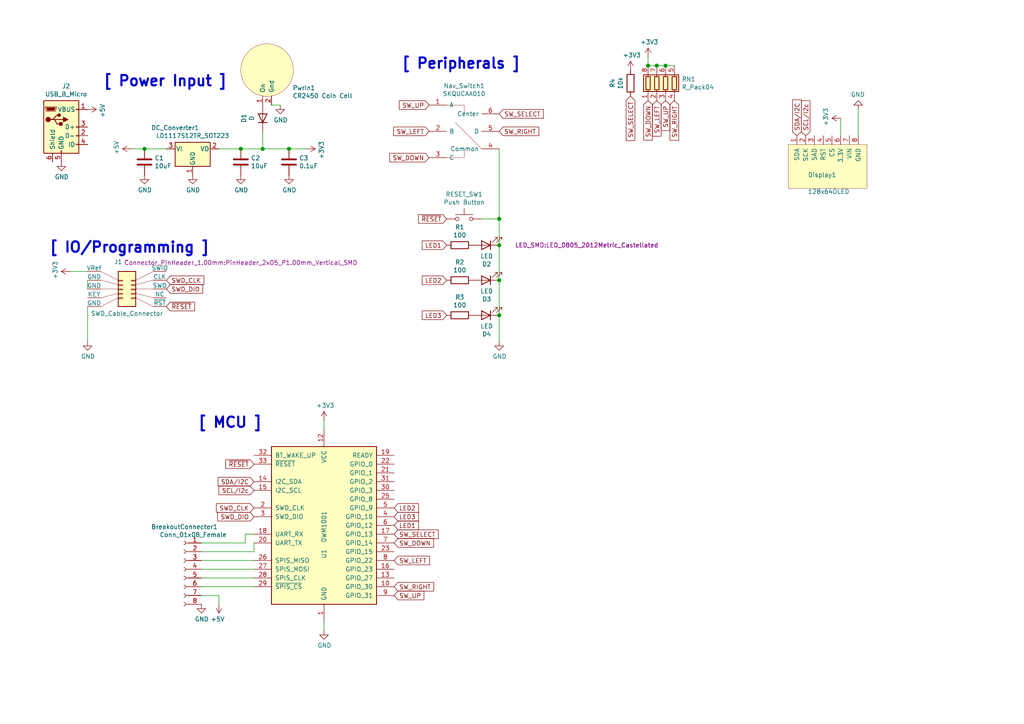
<source format=kicad_sch>
(kicad_sch (version 20200828) (generator eeschema)
  (page 1 1)
  (paper "A4")
  (title_block (title "Indoor GPS Mobile Tag") (date "2020-10-20") (rev "Mk 1") (company "Kelley Industries"))
  (lib_symbols
    (symbol "Connector:Conn_01x08_Female" (pin_names (offset 1.016) hide)
      (property "Reference" "J" (at 0 10.16 0))
      (property "Value" "Conn_01x08_Female" (at 0 -12.7 0))
      (symbol "Conn_01x08_Female_1_1"
        (arc (start 0 -9.652) (end 0 -10.668) (radius (at 0 -10.16) (length 0.508) (angles 90.1 -90.1)) (stroke (width 0.1524)))
        (arc (start 0 -7.112) (end 0 -8.128) (radius (at 0 -7.62) (length 0.508) (angles 90.1 -90.1)) (stroke (width 0.1524)))
        (arc (start 0 -4.572) (end 0 -5.588) (radius (at 0 -5.08) (length 0.508) (angles 90.1 -90.1)) (stroke (width 0.1524)))
        (arc (start 0 -2.032) (end 0 -3.048) (radius (at 0 -2.54) (length 0.508) (angles 90.1 -90.1)) (stroke (width 0.1524)))
        (arc (start 0 0.508) (end 0 -0.508) (radius (at 0 0) (length 0.508) (angles 90.1 -90.1)) (stroke (width 0.1524)))
        (arc (start 0 3.048) (end 0 2.032) (radius (at 0 2.54) (length 0.508) (angles 90.1 -90.1)) (stroke (width 0.1524)))
        (arc (start 0 5.588) (end 0 4.572) (radius (at 0 5.08) (length 0.508) (angles 90.1 -90.1)) (stroke (width 0.1524)))
        (arc (start 0 8.128) (end 0 7.112) (radius (at 0 7.62) (length 0.508) (angles 90.1 -90.1)) (stroke (width 0.1524)))
        (polyline (pts (xy -1.27 -10.16) (xy -0.508 -10.16)) (stroke (width 0.1524)))
        (polyline (pts (xy -1.27 -7.62) (xy -0.508 -7.62)) (stroke (width 0.1524)))
        (polyline (pts (xy -1.27 -5.08) (xy -0.508 -5.08)) (stroke (width 0.1524)))
        (polyline (pts (xy -1.27 -2.54) (xy -0.508 -2.54)) (stroke (width 0.1524)))
        (polyline (pts (xy -1.27 0) (xy -0.508 0)) (stroke (width 0.1524)))
        (polyline (pts (xy -1.27 2.54) (xy -0.508 2.54)) (stroke (width 0.1524)))
        (polyline (pts (xy -1.27 5.08) (xy -0.508 5.08)) (stroke (width 0.1524)))
        (polyline (pts (xy -1.27 7.62) (xy -0.508 7.62)) (stroke (width 0.1524)))
        (pin passive line (at -5.08 7.62 0) (length 3.81) (name "Pin_1") (number "1"))
        (pin passive line (at -5.08 5.08 0) (length 3.81) (name "Pin_2") (number "2"))
        (pin passive line (at -5.08 2.54 0) (length 3.81) (name "Pin_3") (number "3"))
        (pin passive line (at -5.08 0 0) (length 3.81) (name "Pin_4") (number "4"))
        (pin passive line (at -5.08 -2.54 0) (length 3.81) (name "Pin_5") (number "5"))
        (pin passive line (at -5.08 -5.08 0) (length 3.81) (name "Pin_6") (number "6"))
        (pin passive line (at -5.08 -7.62 0) (length 3.81) (name "Pin_7") (number "7"))
        (pin passive line (at -5.08 -10.16 0) (length 3.81) (name "Pin_8") (number "8"))
      )
    )
    (symbol "Connector:USB_B_Micro" (pin_names (offset 1.016))
      (property "Reference" "J" (at -5.08 11.43 0))
      (property "Value" "USB_B_Micro" (at -5.08 8.89 0))
      (symbol "USB_B_Micro_0_1"
        (circle (center -3.81 2.159) (radius 0.635) (stroke (width 0.254)) (fill (type outline)))
        (circle (center -0.635 3.429) (radius 0.381) (stroke (width 0.254)) (fill (type outline)))
        (rectangle (start -5.08 -7.62) (end 5.08 7.62) (stroke (width 0.254)) (fill (type background)))
        (rectangle (start -0.127 -7.62) (end 0.127 -6.858))
        (rectangle (start 0.254 1.27) (end -0.508 0.508) (stroke (width 0.254)) (fill (type outline)))
        (rectangle (start 5.08 -5.207) (end 4.318 -4.953))
        (rectangle (start 5.08 -2.667) (end 4.318 -2.413))
        (rectangle (start 5.08 -0.127) (end 4.318 0.127))
        (rectangle (start 5.08 4.953) (end 4.318 5.207))
        (polyline (pts (xy -1.905 2.159) (xy 0.635 2.159)) (stroke (width 0.254)))
        (polyline (pts (xy -3.175 2.159) (xy -2.54 2.159) (xy -1.27 3.429) (xy -0.635 3.429)) (stroke (width 0.254)))
        (polyline (pts (xy -2.54 2.159) (xy -1.905 2.159) (xy -1.27 0.889) (xy 0 0.889)) (stroke (width 0.254)))
        (polyline (pts (xy 0.635 2.794) (xy 0.635 1.524) (xy 1.905 2.159) (xy 0.635 2.794)) (stroke (width 0.254)) (fill (type outline)))
        (polyline (pts (xy -4.318 5.588) (xy -1.778 5.588) (xy -2.032 4.826) (xy -4.064 4.826) (xy -4.318 5.588)) (fill (type outline)))
        (polyline (pts (xy -4.699 5.842) (xy -4.699 5.588) (xy -4.445 4.826) (xy -4.445 4.572) (xy -1.651 4.572) (xy -1.651 4.826) (xy -1.397 5.588) (xy -1.397 5.842) (xy -4.699 5.842)))
      )
      (symbol "USB_B_Micro_1_1"
        (pin power_out line (at 7.62 5.08 180) (length 2.54) (name "VBUS") (number "1"))
        (pin passive line (at 7.62 -2.54 180) (length 2.54) (name "D-") (number "2"))
        (pin passive line (at 7.62 0 180) (length 2.54) (name "D+") (number "3"))
        (pin passive line (at 7.62 -5.08 180) (length 2.54) (name "ID") (number "4"))
        (pin power_out line (at 0 -10.16 90) (length 2.54) (name "GND") (number "5"))
        (pin passive line (at -2.54 -10.16 90) (length 2.54) (name "Shield") (number "6"))
      )
    )
    (symbol "Device:C" (pin_numbers hide) (pin_names (offset 0.254))
      (property "Reference" "C" (at 0.635 2.54 0))
      (property "Value" "C" (at 0.635 -2.54 0))
      (symbol "C_0_1"
        (polyline (pts (xy -2.032 -0.762) (xy 2.032 -0.762)) (stroke (width 0.508)))
        (polyline (pts (xy -2.032 0.762) (xy 2.032 0.762)) (stroke (width 0.508)))
      )
      (symbol "C_1_1"
        (pin passive line (at 0 3.81 270) (length 2.794) (name "~") (number "1"))
        (pin passive line (at 0 -3.81 90) (length 2.794) (name "~") (number "2"))
      )
    )
    (symbol "Device:D" (pin_numbers hide) (pin_names (offset 1.016) hide)
      (property "Reference" "D" (at 0 2.54 0))
      (property "Value" "D" (at 0 -2.54 0))
      (symbol "D_0_1"
        (polyline (pts (xy -1.27 1.27) (xy -1.27 -1.27)) (stroke (width 0.254)))
        (polyline (pts (xy 1.27 0) (xy -1.27 0)))
        (polyline (pts (xy 1.27 1.27) (xy 1.27 -1.27) (xy -1.27 0) (xy 1.27 1.27)) (stroke (width 0.254)))
      )
      (symbol "D_1_1"
        (pin passive line (at -3.81 0 0) (length 2.54) (name "K") (number "1"))
        (pin passive line (at 3.81 0 180) (length 2.54) (name "A") (number "2"))
      )
    )
    (symbol "Device:LED" (pin_numbers hide) (pin_names (offset 1.016) hide)
      (property "Reference" "D" (at 0 2.54 0))
      (property "Value" "LED" (at 0 -2.54 0))
      (symbol "LED_0_1"
        (polyline (pts (xy -1.27 -1.27) (xy -1.27 1.27)) (stroke (width 0.254)))
        (polyline (pts (xy -1.27 0) (xy 1.27 0)))
        (polyline (pts (xy 1.27 -1.27) (xy 1.27 1.27) (xy -1.27 0) (xy 1.27 -1.27)) (stroke (width 0.254)))
        (polyline (pts (xy -3.048 -0.762) (xy -4.572 -2.286) (xy -3.81 -2.286) (xy -4.572 -2.286) (xy -4.572 -1.524)))
        (polyline (pts (xy -1.778 -0.762) (xy -3.302 -2.286) (xy -2.54 -2.286) (xy -3.302 -2.286) (xy -3.302 -1.524)))
      )
      (symbol "LED_1_1"
        (pin passive line (at -3.81 0 0) (length 2.54) (name "K") (number "1"))
        (pin passive line (at 3.81 0 180) (length 2.54) (name "A") (number "2"))
      )
    )
    (symbol "Device:R" (pin_numbers hide) (pin_names (offset 0))
      (property "Reference" "R" (at 2.032 0 90))
      (property "Value" "R" (at 0 0 90))
      (symbol "R_0_1"
        (rectangle (start -1.016 -2.54) (end 1.016 2.54) (stroke (width 0.254)))
      )
      (symbol "R_1_1"
        (pin passive line (at 0 3.81 270) (length 1.27) (name "~") (number "1"))
        (pin passive line (at 0 -3.81 90) (length 1.27) (name "~") (number "2"))
      )
    )
    (symbol "Device:R_Pack04" (pin_names (offset 0) hide)
      (property "Reference" "RN" (at -7.62 0 90))
      (property "Value" "R_Pack04" (at 5.08 0 90))
      (symbol "R_Pack04_0_1"
        (rectangle (start -6.35 -2.413) (end 3.81 2.413) (stroke (width 0.254)) (fill (type background)))
        (rectangle (start -5.715 1.905) (end -4.445 -1.905) (stroke (width 0.254)))
        (rectangle (start -3.175 1.905) (end -1.905 -1.905) (stroke (width 0.254)))
        (rectangle (start -0.635 1.905) (end 0.635 -1.905) (stroke (width 0.254)))
        (rectangle (start 1.905 1.905) (end 3.175 -1.905) (stroke (width 0.254)))
        (polyline (pts (xy -5.08 -2.54) (xy -5.08 -1.905)))
        (polyline (pts (xy -5.08 1.905) (xy -5.08 2.54)))
        (polyline (pts (xy -2.54 -2.54) (xy -2.54 -1.905)))
        (polyline (pts (xy -2.54 1.905) (xy -2.54 2.54)))
        (polyline (pts (xy 0 -2.54) (xy 0 -1.905)))
        (polyline (pts (xy 0 1.905) (xy 0 2.54)))
        (polyline (pts (xy 2.54 -2.54) (xy 2.54 -1.905)))
        (polyline (pts (xy 2.54 1.905) (xy 2.54 2.54)))
      )
      (symbol "R_Pack04_1_1"
        (pin passive line (at -5.08 -5.08 90) (length 2.54) (name "R1.1") (number "1"))
        (pin passive line (at -2.54 -5.08 90) (length 2.54) (name "R2.1") (number "2"))
        (pin passive line (at 0 -5.08 90) (length 2.54) (name "R3.1") (number "3"))
        (pin passive line (at 2.54 -5.08 90) (length 2.54) (name "R4.1") (number "4"))
        (pin passive line (at 2.54 5.08 270) (length 2.54) (name "R4.2") (number "5"))
        (pin passive line (at 0 5.08 270) (length 2.54) (name "R3.2") (number "6"))
        (pin passive line (at -2.54 5.08 270) (length 2.54) (name "R2.2") (number "7"))
        (pin passive line (at -5.08 5.08 270) (length 2.54) (name "R1.2") (number "8"))
      )
    )
    (symbol "RF_Module:DWM1001" (pin_names (offset 1.016))
      (property "Reference" "U" (at -12.7 27.94 0))
      (property "Value" "DWM1001" (at -12.7 25.4 0))
      (symbol "DWM1001_0_1"
        (rectangle (start 15.24 22.86) (end -15.24 -22.86) (stroke (width 0.254)) (fill (type background)))
      )
      (symbol "DWM1001_1_1"
        (pin power_in line (at 0 -27.94 90) (length 5.08) (name "GND") (number "1"))
        (pin bidirectional line (at 20.32 -17.78 180) (length 5.08) (name "GPIO_30") (number "10"))
        (pin passive line (at 0 -27.94 90) (length 5.08) hide (name "GND") (number "11"))
        (pin power_in line (at 0 27.94 270) (length 5.08) (name "VCC") (number "12"))
        (pin bidirectional line (at 20.32 -15.24 180) (length 5.08) (name "GPIO_27") (number "13"))
        (pin bidirectional line (at -20.32 12.7 0) (length 5.08) (name "I2C_SDA") (number "14"))
        (pin output line (at -20.32 10.16 0) (length 5.08) (name "I2C_SCL") (number "15"))
        (pin bidirectional line (at 20.32 -12.7 180) (length 5.08) (name "GPIO_23") (number "16"))
        (pin bidirectional line (at 20.32 -2.54 180) (length 5.08) (name "GPIO_13") (number "17"))
        (pin input line (at -20.32 -2.54 0) (length 5.08) (name "UART_RX") (number "18"))
        (pin output line (at 20.32 20.32 180) (length 5.08) (name "READY") (number "19"))
        (pin input line (at -20.32 5.08 0) (length 5.08) (name "SWD_CLK") (number "2"))
        (pin output line (at -20.32 -5.08 0) (length 5.08) (name "UART_TX") (number "20"))
        (pin bidirectional line (at 20.32 15.24 180) (length 5.08) (name "GPIO_1") (number "21"))
        (pin bidirectional line (at 20.32 17.78 180) (length 5.08) (name "GPIO_0") (number "22"))
        (pin bidirectional line (at 20.32 -7.62 180) (length 5.08) (name "GPIO_15") (number "23"))
        (pin passive line (at 0 -27.94 90) (length 5.08) hide (name "GND") (number "24"))
        (pin bidirectional line (at 20.32 7.62 180) (length 5.08) (name "GPIO_8") (number "25"))
        (pin output line (at -20.32 -10.16 0) (length 5.08) (name "SPIS_MISO") (number "26"))
        (pin tri_state line (at -20.32 -12.7 0) (length 5.08) (name "SPIS_MOSI") (number "27"))
        (pin input line (at -20.32 -15.24 0) (length 5.08) (name "SPIS_CLK") (number "28"))
        (pin input line (at -20.32 -17.78 0) (length 5.08) (name "~SPIS_CS") (number "29"))
        (pin bidirectional line (at -20.32 2.54 0) (length 5.08) (name "SWD_DIO") (number "3"))
        (pin bidirectional line (at 20.32 10.16 180) (length 5.08) (name "GPIO_3") (number "30"))
        (pin bidirectional line (at 20.32 12.7 180) (length 5.08) (name "GPIO_2") (number "31"))
        (pin input line (at -20.32 20.32 0) (length 5.08) (name "BT_WAKE_UP") (number "32"))
        (pin input line (at -20.32 17.78 0) (length 5.08) (name "~RESET") (number "33"))
        (pin passive line (at 0 -27.94 90) (length 5.08) hide (name "GND") (number "34"))
        (pin bidirectional line (at 20.32 2.54 180) (length 5.08) (name "GPIO_10") (number "4"))
        (pin bidirectional line (at 20.32 5.08 180) (length 5.08) (name "GPIO_9") (number "5"))
        (pin bidirectional line (at 20.32 0 180) (length 5.08) (name "GPIO_12") (number "6"))
        (pin bidirectional line (at 20.32 -5.08 180) (length 5.08) (name "GPIO_14") (number "7"))
        (pin bidirectional line (at 20.32 -10.16 180) (length 5.08) (name "GPIO_22") (number "8"))
        (pin bidirectional line (at 20.32 -20.32 180) (length 5.08) (name "GPIO_31") (number "9"))
      )
    )
    (symbol "Regulator_Linear:LD1117S12TR_SOT223" (pin_names (offset 0.254))
      (property "Reference" "U" (at -3.81 3.175 0))
      (property "Value" "LD1117S12TR_SOT223" (at 0 3.175 0))
      (symbol "LD1117S12TR_SOT223_0_1"
        (rectangle (start -5.08 -5.08) (end 5.08 1.905) (stroke (width 0.254)) (fill (type background)))
      )
      (symbol "LD1117S12TR_SOT223_1_1"
        (pin power_in line (at 0 -7.62 90) (length 2.54) (name "GND") (number "1"))
        (pin power_out line (at 7.62 0 180) (length 2.54) (name "VO") (number "2"))
        (pin power_in line (at -7.62 0 0) (length 2.54) (name "VI") (number "3"))
      )
    )
    (symbol "Switch:SW_Push" (pin_numbers hide) (pin_names (offset 1.016) hide)
      (property "Reference" "SW" (at 1.27 2.54 0))
      (property "Value" "SW_Push" (at 0 -1.524 0))
      (symbol "SW_Push_0_1"
        (circle (center -2.032 0) (radius 0.508))
        (circle (center 2.032 0) (radius 0.508))
        (polyline (pts (xy 0 1.27) (xy 0 3.048)))
        (polyline (pts (xy 2.54 1.27) (xy -2.54 1.27)))
        (pin passive line (at -5.08 0 0) (length 2.54) (name "1") (number "1"))
        (pin passive line (at 5.08 0 180) (length 2.54) (name "2") (number "2"))
      )
    )
    (symbol "mobile-tag-schematics:128x64OLED_1" (pin_names (offset 1.016))
      (property "Reference" "U" (at 1.27 -6.35 0))
      (property "Value" "128x64OLED" (at 1.27 -8.89 0))
      (symbol "128x64OLED_1_0_1"
        (rectangle (start -11.43 0) (end 11.43 -12.7) (stroke (width 0.001)) (fill (type background)))
      )
      (symbol "128x64OLED_1_1_1"
        (pin bidirectional line (at 1.27 2.54 270) (length 2.54) (name "CS") (number "5"))
        (pin bidirectional line (at 3.81 2.54 270) (length 2.54) (name "3.3V") (number "6"))
        (pin bidirectional line (at 6.35 2.54 270) (length 2.54) (name "VIN") (number "7"))
        (pin bidirectional line (at 8.89 2.54 270) (length 2.54) (name "GND") (number "8"))
        (pin bidirectional line (at -8.89 2.54 270) (length 2.54) (name "SDA") (number "1"))
        (pin bidirectional line (at -6.35 2.54 270) (length 2.54) (name "SCK") (number "2"))
        (pin bidirectional line (at -3.81 2.54 270) (length 2.54) (name "SAD") (number "3"))
        (pin bidirectional line (at -1.27 2.54 270) (length 2.54) (name "RST") (number "4"))
      )
    )
    (symbol "mobile-tag-schematics:CoinCellBreakoutOnOff" (pin_names (offset 1.016))
      (property "Reference" "U" (at 10.16 12.7 0))
      (property "Value" "CoinCellBreakoutOnOff" (at -2.54 12.7 0))
      (symbol "CoinCellBreakoutOnOff_0_1"
        (circle (center -1.27 -12.7) (radius 7.62) (stroke (width 0.001)) (fill (type background)))
      )
      (symbol "CoinCellBreakoutOnOff_1_1"
        (pin bidirectional line (at 0 -2.54 270) (length 2.54) (name "On") (number "1"))
        (pin bidirectional line (at -2.54 -2.54 270) (length 2.54) (name "Gnd") (number "2"))
      )
    )
    (symbol "mobile-tag-schematics:SKQUCAA010_1" (pin_names (offset 0.762))
      (property "Reference" "S" (at 16.51 7.62 0))
      (property "Value" "SKQUCAA010" (at 38.1 5.08 0))
      (symbol "SKQUCAA010_1_0_1"
        (polyline (pts (xy 7.62 0) (xy 15.24 -7.62)) (stroke (width 0.0006)))
        (polyline (pts (xy 5.08 5.08) (xy 10.16 5.08) (xy 10.16 2.54)) (stroke (width 0.0006)))
        (polyline (pts (xy 5.08 -10.16) (xy 10.16 -10.16) (xy 10.16 -7.62)) (stroke (width 0.0006)))
      )
      (symbol "SKQUCAA010_1_0_0"
        (pin passive line (at 0 5.08 0) (length 5.08) (name "A") (number "1"))
        (pin passive line (at 0 -2.54 0) (length 5.08) (name "B") (number "2"))
        (pin passive line (at 0 -10.16 0) (length 5.08) (name "C") (number "3"))
        (pin passive line (at 20.32 -7.62 180) (length 5.08) (name "Common") (number "4"))
        (pin passive line (at 20.32 -2.54 180) (length 5.08) (name "D") (number "5"))
        (pin passive line (at 20.32 2.54 180) (length 5.08) (name "Center") (number "6"))
      )
    )
    (symbol "mobile-tag-schematics:SWD_Cable_Connector" (pin_numbers hide) (pin_names (offset 0))
      (property "Reference" "J" (at 1.27 8.89 0))
      (property "Value" "SWD_Cable_Connector" (at 1.27 -5.08 0))
      (property "Datasheet" "~" (at 0 0 0))
      (symbol "SWD_Cable_Connector_1_1"
        (rectangle (start -1.27 0) (end 0 -0.254) (stroke (width 0.1524)))
        (rectangle (start -1.27 1.27) (end 0 1.016) (stroke (width 0.1524)))
        (rectangle (start -1.27 2.54) (end 0 2.286) (stroke (width 0.1524)))
        (rectangle (start -1.27 5.08) (end 0 4.826) (stroke (width 0.1524)))
        (rectangle (start -1.27 7.62) (end 3.81 -2.54) (stroke (width 0.254)) (fill (type background)))
        (rectangle (start -1.27 3.81) (end 0 3.556) (stroke (width 0.1524)))
        (rectangle (start 3.81 0) (end 2.54 -0.254) (stroke (width 0.1524)))
        (rectangle (start 3.81 1.27) (end 2.54 1.016) (stroke (width 0.1524)))
        (rectangle (start 3.81 3.81) (end 2.54 3.556) (stroke (width 0.1524)))
        (rectangle (start 3.81 5.08) (end 2.54 4.826) (stroke (width 0.1524)))
        (rectangle (start 3.81 2.54) (end 2.54 2.286) (stroke (width 0.1524)))
        (pin passive line (at -10.16 7.62 0) (length 3.81) (name "VRef") (number "1"))
        (pin passive line (at -10.16 5.08 0) (length 3.81) (name "GND") (number "3"))
        (pin passive line (at -10.16 2.54 0) (length 3.81) (name "GND") (number "5"))
        (pin passive line (at -10.16 0 0) (length 3.81) (name "KEY") (number "7"))
        (pin passive line (at -10.16 -2.54 0) (length 3.81) (name "GND") (number "9"))
        (pin passive line (at 12.7 7.62 180) (length 3.81) (name "SWIO") (number "2"))
        (pin passive line (at 12.7 5.08 180) (length 3.81) (name "CLK") (number "4"))
        (pin passive line (at 12.7 2.54 180) (length 3.81) (name "SWO") (number "6"))
        (pin passive line (at 12.7 0 180) (length 3.81) (name "NC") (number "8"))
        (pin passive line (at 12.7 -2.54 180) (length 3.81) (name "~RST") (number "10"))
      )
      (symbol "SWD_Cable_Connector_0_1"
        (polyline (pts (xy -1.27 5.08) (xy -6.35 7.62)) (stroke (width 0.0006)))
        (polyline (pts (xy -6.35 2.54) (xy -1.27 2.54)) (stroke (width 0.0006)))
        (polyline (pts (xy 3.81 2.54) (xy 8.89 2.54)) (stroke (width 0.0006)))
        (polyline (pts (xy 8.89 -2.54) (xy 3.81 0)) (stroke (width 0.0006)))
        (polyline (pts (xy 3.81 5.08) (xy 8.89 7.62)) (stroke (width 0.0006)))
        (polyline (pts (xy -6.35 -2.54) (xy -1.27 0)) (stroke (width 0.0006)))
        (polyline (pts (xy 3.81 1.27) (xy 8.89 0)) (stroke (width 0.0006)))
        (polyline (pts (xy -6.35 5.08) (xy -1.27 3.81)) (stroke (width 0.0006)))
        (polyline (pts (xy 8.89 5.08) (xy 3.81 3.81)) (stroke (width 0.0006)))
        (polyline (pts (xy -6.35 0) (xy -1.27 1.27)) (stroke (width 0.0006)))
      )
    )
    (symbol "power:+3.3V" (power) (pin_names (offset 0))
      (property "Value" "+3.3V" (at 0 3.556 0))
      (symbol "+3.3V_0_1"
        (polyline (pts (xy -0.762 1.27) (xy 0 2.54)))
        (polyline (pts (xy 0 0) (xy 0 2.54)))
        (polyline (pts (xy 0 2.54) (xy 0.762 1.27)))
      )
      (symbol "+3.3V_1_1"
        (pin power_in line (at 0 0 90) (length 0) hide (name "+3V3") (number "1"))
      )
    )
    (symbol "power:+5V" (power) (pin_names (offset 0))
      (property "Value" "+5V" (at 0 3.556 0))
      (symbol "+5V_0_1"
        (polyline (pts (xy -0.762 1.27) (xy 0 2.54)))
        (polyline (pts (xy 0 0) (xy 0 2.54)))
        (polyline (pts (xy 0 2.54) (xy 0.762 1.27)))
      )
      (symbol "+5V_1_1"
        (pin power_in line (at 0 0 90) (length 0) hide (name "+5V") (number "1"))
      )
    )
    (symbol "power:GND" (power) (pin_names (offset 0))
      (property "Value" "GND" (at 0 -3.81 0))
      (symbol "GND_0_1"
        (polyline (pts (xy 0 0) (xy 0 -1.27) (xy 1.27 -1.27) (xy 0 -2.54) (xy -1.27 -1.27) (xy 0 -1.27)))
      )
      (symbol "GND_1_1"
        (pin power_in line (at 0 0 270) (length 0) hide (name "GND") (number "1"))
      )
    )
  )
  (junction (at 41.91 43.18) (diameter 1.016))
  (junction (at 69.85 43.18) (diameter 1.016))
  (junction (at 76.2 43.18) (diameter 1.016))
  (junction (at 83.82 43.18) (diameter 1.016))
  (junction (at 144.78 63.5) (diameter 1.016))
  (junction (at 144.78 71.12) (diameter 1.016))
  (junction (at 144.78 81.28) (diameter 1.016))
  (junction (at 144.78 91.44) (diameter 1.016))
  (junction (at 187.96 19.05) (diameter 1.016))
  (junction (at 190.5 19.05) (diameter 1.016))
  (junction (at 193.04 19.05) (diameter 1.016))
  (wire (pts (xy 20.32 78.74) (xy 25.4 78.74)))
  (wire (pts (xy 25.4 81.28) (xy 25.4 83.82)))
  (wire (pts (xy 25.4 88.9) (xy 25.4 99.06)))
  (wire (pts (xy 38.1 43.18) (xy 41.91 43.18)))
  (wire (pts (xy 41.91 43.18) (xy 48.26 43.18)))
  (wire (pts (xy 58.42 157.48) (xy 71.12 157.48)))
  (wire (pts (xy 58.42 160.02) (xy 73.66 160.02)))
  (wire (pts (xy 58.42 162.56) (xy 73.66 162.56)))
  (wire (pts (xy 58.42 165.1) (xy 73.66 165.1)))
  (wire (pts (xy 58.42 167.64) (xy 73.66 167.64)))
  (wire (pts (xy 58.42 170.18) (xy 73.66 170.18)))
  (wire (pts (xy 58.42 172.72) (xy 63.5 172.72)))
  (wire (pts (xy 63.5 43.18) (xy 69.85 43.18)))
  (wire (pts (xy 63.5 175.26) (xy 63.5 172.72)))
  (wire (pts (xy 69.85 43.18) (xy 76.2 43.18)))
  (wire (pts (xy 71.12 154.94) (xy 73.66 154.94)))
  (wire (pts (xy 71.12 157.48) (xy 71.12 154.94)))
  (wire (pts (xy 73.66 160.02) (xy 73.66 157.48)))
  (wire (pts (xy 76.2 38.1) (xy 76.2 43.18)))
  (wire (pts (xy 76.2 43.18) (xy 83.82 43.18)))
  (wire (pts (xy 78.74 30.48) (xy 81.28 30.48)))
  (wire (pts (xy 83.82 43.18) (xy 88.9 43.18)))
  (wire (pts (xy 93.98 121.92) (xy 93.98 124.46)))
  (wire (pts (xy 93.98 180.34) (xy 93.98 182.88)))
  (wire (pts (xy 139.7 63.5) (xy 144.78 63.5)))
  (wire (pts (xy 144.78 43.18) (xy 144.78 63.5)))
  (wire (pts (xy 144.78 71.12) (xy 144.78 63.5)))
  (wire (pts (xy 144.78 71.12) (xy 144.78 81.28)))
  (wire (pts (xy 144.78 81.28) (xy 144.78 91.44)))
  (wire (pts (xy 144.78 91.44) (xy 144.78 99.06)))
  (wire (pts (xy 187.96 16.51) (xy 187.96 19.05)))
  (wire (pts (xy 187.96 19.05) (xy 190.5 19.05)))
  (wire (pts (xy 190.5 19.05) (xy 193.04 19.05)))
  (wire (pts (xy 193.04 19.05) (xy 195.58 19.05)))
  (wire (pts (xy 243.84 34.29) (xy 243.84 39.37)))
  (wire (pts (xy 248.92 31.75) (xy 248.92 39.37)))
  (text "[ IO/Programming ]" (at 60.96 73.66 180) (effects (font (size 3 3) (thickness 0.6) bold) (justify right bottom)))
  (text "[ Power Input ]" (at 66.04 25.4 180) (effects (font (size 3 3) (thickness 0.6) bold) (justify right bottom)))
  (text "[ MCU ]" (at 76.2 124.46 180) (effects (font (size 3 3) (thickness 0.6) bold) (justify right bottom)))
  (text "[ Peripherals ]" (at 151.13 20.32 180) (effects (font (size 3 3) (thickness 0.6) bold) (justify right bottom)))
  (global_label "SWD_CLK" (shape input) (at 48.26 81.28 0))
  (global_label "SWD_DIO" (shape input) (at 48.26 83.82 0))
  (global_label "~RESET" (shape input) (at 48.26 88.9 0))
  (global_label "~RESET" (shape input) (at 73.66 134.62 180))
  (global_label "SDA{slash}I2C" (shape input) (at 73.66 139.7 180))
  (global_label "SCL{slash}I2c" (shape input) (at 73.66 142.24 180))
  (global_label "SWD_CLK" (shape input) (at 73.66 147.32 180))
  (global_label "SWD_DIO" (shape input) (at 73.66 149.86 180))
  (global_label "LED2" (shape input) (at 114.3 147.32 0))
  (global_label "LED3" (shape input) (at 114.3 149.86 0))
  (global_label "LED1" (shape input) (at 114.3 152.4 0))
  (global_label "SW_SELECT" (shape input) (at 114.3 154.94 0))
  (global_label "SW_DOWN" (shape input) (at 114.3 157.48 0))
  (global_label "SW_LEFT" (shape input) (at 114.3 162.56 0))
  (global_label "SW_RIGHT" (shape input) (at 114.3 170.18 0))
  (global_label "SW_UP" (shape input) (at 114.3 172.72 0))
  (global_label "SW_UP" (shape input) (at 124.46 30.48 180))
  (global_label "SW_LEFT" (shape input) (at 124.46 38.1 180))
  (global_label "SW_DOWN" (shape input) (at 124.46 45.72 180))
  (global_label "~RESET" (shape input) (at 129.54 63.5 180))
  (global_label "LED1" (shape input) (at 129.54 71.12 180))
  (global_label "LED2" (shape input) (at 129.54 81.28 180))
  (global_label "LED3" (shape input) (at 129.54 91.44 180))
  (global_label "SW_SELECT" (shape input) (at 144.78 33.02 0))
  (global_label "SW_RIGHT" (shape input) (at 144.78 38.1 0))
  (global_label "SW_SELECT" (shape input) (at 182.88 27.94 270))
  (global_label "SW_DOWN" (shape input) (at 187.96 29.21 270))
  (global_label "SW_LEFT" (shape input) (at 190.5 29.21 270))
  (global_label "SW_UP" (shape input) (at 193.04 29.21 270))
  (global_label "SW_RIGHT" (shape input) (at 195.58 29.21 270))
  (global_label "SDA{slash}I2C" (shape input) (at 231.14 39.37 90))
  (global_label "SCL{slash}I2c" (shape input) (at 233.68 39.37 90))
  (symbol (lib_id "power:+3.3V") (at 20.32 78.74 90) (unit 1)
    (property "Reference" "#PWR01" (effects hide))
    (property "Value" "+5V" (at 15.996 78.372 0))
  )
  (symbol (lib_id "power:+5V") (at 25.4 31.75 270) (unit 1)
    (property "Reference" "#PWR0101" (effects hide))
    (property "Value" "+5V" (at 29.7244 32.1183 0))
  )
  (symbol (lib_id "power:+5V") (at 38.1 43.18 90) (unit 1)
    (property "Reference" "#PWR02" (effects hide))
    (property "Value" "+5V" (at 33.7756 42.8117 0))
  )
  (symbol (lib_id "power:+5V") (at 63.5 175.26 180) (unit 1)
    (property "Reference" "#PWR08" (effects hide))
    (property "Value" "+5V" (at 63.1317 179.5844 0))
  )
  (symbol (lib_id "power:+3.3V") (at 88.9 43.18 270) (unit 1)
    (property "Reference" "#PWR011" (effects hide))
    (property "Value" "+3.3V" (at 93.2244 43.5483 0))
  )
  (symbol (lib_id "power:+3.3V") (at 93.98 121.92 0) (unit 1)
    (property "Reference" "#PWR012" (effects hide))
    (property "Value" "+3.3V" (at 94.3483 117.5956 0))
  )
  (symbol (lib_id "power:+3.3V") (at 182.88 20.32 0) (unit 1)
    (property "Reference" "#PWR0104" (effects hide))
    (property "Value" "+3.3V" (at 183.2483 15.9956 0))
  )
  (symbol (lib_id "power:+3.3V") (at 187.96 16.51 0) (unit 1)
    (property "Reference" "#PWR0103" (effects hide))
    (property "Value" "+3.3V" (at 188.3283 12.1856 0))
  )
  (symbol (lib_id "power:+3.3V") (at 243.84 34.29 90) (unit 1)
    (property "Reference" "#PWR015" (effects hide))
    (property "Value" "+3.3V" (at 239.5156 33.9217 0))
  )
  (symbol (lib_id "power:GND") (at 17.78 46.99 0) (unit 1)
    (property "Reference" "#PWR0102" (effects hide))
    (property "Value" "GND" (at 17.8943 51.3144 0))
  )
  (symbol (lib_id "power:GND") (at 25.4 99.06 0) (unit 1)
    (property "Reference" "#PWR03" (effects hide))
    (property "Value" "GND" (at 25.5143 103.3844 0))
  )
  (symbol (lib_id "power:GND") (at 41.91 50.8 0) (unit 1)
    (property "Reference" "#PWR04" (effects hide))
    (property "Value" "GND" (at 42.0243 55.1244 0))
  )
  (symbol (lib_id "power:GND") (at 55.88 50.8 0) (unit 1)
    (property "Reference" "#PWR05" (effects hide))
    (property "Value" "GND" (at 55.9943 55.1244 0))
  )
  (symbol (lib_id "power:GND") (at 58.42 175.26 0) (unit 1)
    (property "Reference" "#PWR07" (effects hide))
    (property "Value" "GND" (at 58.5343 179.5844 0))
  )
  (symbol (lib_id "power:GND") (at 69.85 50.8 0) (unit 1)
    (property "Reference" "#PWR06" (effects hide))
    (property "Value" "GND" (at 69.9643 55.1244 0))
  )
  (symbol (lib_id "power:GND") (at 81.28 30.48 0) (unit 1)
    (property "Reference" "#PWR09" (effects hide))
    (property "Value" "GND" (at 81.3943 34.8044 0))
  )
  (symbol (lib_id "power:GND") (at 83.82 50.8 0) (unit 1)
    (property "Reference" "#PWR010" (effects hide))
    (property "Value" "GND" (at 83.9343 55.1244 0))
  )
  (symbol (lib_id "power:GND") (at 93.98 182.88 0) (unit 1)
    (property "Reference" "#PWR013" (effects hide))
    (property "Value" "GND" (at 94.0943 187.2044 0))
  )
  (symbol (lib_id "power:GND") (at 144.78 99.06 0) (unit 1)
    (property "Reference" "#PWR014" (effects hide))
    (property "Value" "GND" (at 144.8943 103.3844 0))
  )
  (symbol (lib_id "power:GND") (at 248.92 31.75 180) (unit 1)
    (property "Reference" "#PWR016" (effects hide))
    (property "Value" "GND" (at 248.8057 27.4256 0))
  )
  (symbol (lib_id "Device:R") (at 133.35 71.12 270) (unit 1)
    (property "Reference" "R1" (at 133.35 65.8938 90))
    (property "Value" "100" (at 133.35 68.193 90))
    (property "Footprint" "Resistor_THT:R_Axial_DIN0204_L3.6mm_D1.6mm_P5.08mm_Vertical" (effects hide))
    (property "Datasheet" "1k" (effects hide))
    (property "JLCPCB" "C17901" (effects hide))
  )
  (symbol (lib_id "Device:R") (at 133.35 81.28 270) (unit 1)
    (property "Reference" "R2" (at 133.35 76.0538 90))
    (property "Value" "100" (at 133.35 78.353 90))
    (property "Footprint" "Resistor_SMD:R_1206_3216Metric_Pad1.42x1.75mm_HandSolder" (effects hide))
    (property "Datasheet" "1k" (effects hide))
    (property "JLCPCB" "C17901" (effects hide))
  )
  (symbol (lib_id "Device:R") (at 133.35 91.44 270) (unit 1)
    (property "Reference" "R3" (at 133.35 86.2138 90))
    (property "Value" "100" (at 133.35 88.513 90))
    (property "Footprint" "Resistor_SMD:R_1206_3216Metric_Pad1.42x1.75mm_HandSolder" (effects hide))
    (property "JLCPCB" "C17901" (effects hide))
  )
  (symbol (lib_id "Device:R") (at 182.88 24.13 0) (unit 1)
    (property "Reference" "R4" (at 177.654 24.13 90))
    (property "Value" "10k" (at 179.953 24.13 90))
    (property "Footprint" "Resistor_SMD:R_1206_3216Metric_Pad1.42x1.75mm_HandSolder" (effects hide))
    (property "Datasheet" "1k" (effects hide))
    (property "JLCPCB" "C17902" (effects hide))
  )
  (symbol (lib_id "Device:D") (at 76.2 34.29 90) (unit 1)
    (property "Reference" "D1" (at 70.7198 34.29 0))
    (property "Value" "D" (at 73.0185 34.29 0))
    (property "Footprint" "Diode_THT:D_5W_P10.16mm_Horizontal" (effects hide))
    (property "Datasheet" "https://www.adafruit.com/product/755" (effects hide))
    (property "JLCPCB" "C22452" (effects hide))
  )
  (symbol (lib_id "Device:LED") (at 140.97 71.12 180) (unit 1)
    (property "Reference" "D2" (at 141.1605 76.6002 0))
    (property "Value" "LED" (at 141.1605 74.3015 0))
    (property "Footprint" "LED_SMD:LED_0805_2012Metric_Castellated" (at 170.18 71.12 0))
    (property "JLCPCB" "C34499" (effects hide))
  )
  (symbol (lib_id "Device:LED") (at 140.97 81.28 180) (unit 1)
    (property "Reference" "D3" (at 141.1605 86.7602 0))
    (property "Value" "LED" (at 141.1605 84.4615 0))
    (property "Footprint" "LED_THT:LED_D3.0mm" (effects hide))
    (property "JLCPCB" "C34499" (effects hide))
  )
  (symbol (lib_id "Device:LED") (at 140.97 91.44 180) (unit 1)
    (property "Reference" "D4" (at 141.1605 96.9202 0))
    (property "Value" "LED" (at 141.1605 94.6215 0))
    (property "Footprint" "LED_THT:LED_D3.0mm" (effects hide))
    (property "JLCPCB" "C34499" (effects hide))
  )
  (symbol (lib_id "Device:C") (at 41.91 46.99 0) (unit 1)
    (property "Reference" "C1" (at 44.831 45.841 0) (effects (justify left)))
    (property "Value" "10uF" (at 44.831 48.139 0) (effects (justify left)))
    (property "Footprint" "Capacitor_SMD:C_0805_2012Metric_Pad1.15x1.40mm_HandSolder" (effects hide))
    (property "JLCPCB" "C15850" (effects hide))
  )
  (symbol (lib_id "Device:C") (at 69.85 46.99 0) (unit 1)
    (property "Reference" "C2" (at 72.771 45.841 0) (effects (justify left)))
    (property "Value" "10uF" (at 72.771 48.139 0) (effects (justify left)))
    (property "Footprint" "Capacitor_THT:C_Radial_D5.0mm_H5.0mm_P2.00mm" (effects hide))
    (property "JLCPCB" "C15850" (effects hide))
  )
  (symbol (lib_id "Device:C") (at 83.82 46.99 0) (unit 1)
    (property "Reference" "C3" (at 86.741 45.841 0) (effects (justify left)))
    (property "Value" "0.1uF" (at 86.7411 48.1393 0) (effects (justify left)))
    (property "Footprint" "Resistor_SMD:R_0603_1608Metric_Pad1.05x0.95mm_HandSolder" (effects hide))
    (property "JLCPCB" "C49678" (effects hide))
  )
  (symbol (lib_id "Switch:SW_Push") (at 134.62 63.5 0) (unit 1)
    (property "Reference" "RESET_SW1" (at 134.62 56.369 0))
    (property "Value" "Push Button" (at 134.62 58.668 0))
    (property "Footprint" "Button_Switch_THT:SW_PUSH_6mm_H5mm" (effects hide))
    (property "Datasheet" "https://www.adafruit.com/product/367" (effects hide))
  )
  (symbol (lib_id "Connector:Conn_01x08_Female") (at 53.34 165.1 0) (mirror y) (unit 1)
    (property "Reference" "BreakoutConnector1" (at 53.492 152.813 0))
    (property "Value" "Conn_01x08_Female" (at 56.0324 155.1113 0))
    (property "Footprint" "Connector_PinSocket_2.54mm:PinSocket_1x08_P2.54mm_Horizontal" (effects hide))
  )
  (symbol (lib_id "Device:R_Pack04") (at 193.04 24.13 0) (unit 1)
    (property "Reference" "RN1" (at 197.7137 22.9806 0) (effects (justify left)))
    (property "Value" "R_Pack04" (at 197.7137 25.2793 0) (effects (justify left)))
    (property "Footprint" "Resistor_SMD:R_Array_Convex_4x0603" (effects hide))
    (property "JLCPCB" "C29718" (effects hide))
  )
  (symbol (lib_id "Regulator_Linear:LD1117S12TR_SOT223") (at 55.88 43.18 0) (unit 1)
    (property "Reference" "DC_Converter1" (at 50.8 37.065 0))
    (property "Value" "LD1117S12TR_SOT223" (at 55.88 39.3635 0))
    (property "Footprint" "Package_TO_SOT_SMD:SOT-223-3_TabPin2" (effects hide))
    (property "Datasheet" "http://www.st.com/st-web-ui/static/active/en/resource/technical/document/datasheet/CD00000544.pdf" (effects hide))
    (property "JLCPCB" "C116068" (effects hide))
  )
  (symbol (lib_id "Connector:USB_B_Micro") (at 17.78 36.83 0) (unit 1)
    (property "Reference" "J2" (at 19.177 24.9998 0))
    (property "Value" "USB_B_Micro" (at 19.177 27.2985 0))
    (property "Footprint" "Connector_USB:USB_Micro-B_Wuerth_629105150521" (effects hide))
  )
  (symbol (lib_id "mobile-tag-schematics:CoinCellBreakoutOnOff") (at 76.2 33.02 180) (unit 1)
    (property "Reference" "PwrIn1" (at 84.868 25.505 0) (effects (justify right)))
    (property "Value" "CR2450 Coin Cell" (at 84.868 27.803 0) (effects (justify right)))
    (property "Footprint" "Battery:BatteryHolder_Keystone_3009_1x2450" (effects hide))
    (property "Vendor" "Ada" (effects hide))
  )
  (symbol (lib_id "mobile-tag-schematics:SWD_Cable_Connector") (at 35.56 86.36 0) (unit 1)
    (property "Reference" "J1" (at 34.29 75.9396 0))
    (property "Value" "SWD_Cable_Connector" (at 36.83 90.9383 0))
    (property "Footprint" "Connector_PinHeader_1.00mm:PinHeader_2x05_P1.00mm_Vertical_SMD" (at 69.85 76.2 0))
    (property "Datasheet" "~" (at 36.83 75.457 0))
  )
  (symbol (lib_name "mobile-tag-schematics:128x64OLED_1") (lib_id "mobile-tag-schematics:128x64OLED") (at 240.03 41.91 0) (unit 1)
    (property "Reference" "Display1" (at 234.316 50.73 0) (effects (justify left)))
    (property "Value" "128x64OLED" (at 234.3156 55.569 0) (effects (justify left)))
    (property "Footprint" "Display:Adafruit_SSD1306" (effects hide))
  )
  (symbol (lib_name "mobile-tag-schematics:SKQUCAA010_1") (lib_id "mobile-tag-schematics:SKQUCAA010") (at 124.46 35.56 0) (unit 1)
    (property "Reference" "Nav_Switch1" (at 134.62 24.898 0))
    (property "Value" "SKQUCAA010" (at 134.62 27.1969 0))
    (property "Footprint" "SKQUCAA010" (effects hide))
    (property "Datasheet" "https://www.mouser.co.uk/datasheet/2/15/skqu-1155891.pdf" (effects hide))
    (property "Description" "Alps, SKQUCAA010, 2 Way Joystick Switch Plunger, Momentary, 12V dc" (effects hide))
    (property "Height" "10" (effects hide))
    (property "Manufacturer_Name" "ALPS" (effects hide))
    (property "Manufacturer_Part_Number" "SKQUCAA010" (effects hide))
    (property "Mouser Part Number" "688-SKQUCA" (effects hide))
    (property "Mouser Price/Stock" "https://www.mouser.co.uk/ProductDetail/ALPS/SKQUCAA010?qs=N5Jky1br14PIN8L1H%2F2niA%3D%3D" (effects hide))
  )
  (symbol (lib_id "RF_Module:DWM1001") (at 93.98 152.4 0) (unit 1)
    (property "Reference" "U1" (at 93.98 160.6358 90))
    (property "Value" "DWM1001" (at 93.98 152.7745 90))
    (property "Footprint" "RF_Module:DecaWave_DWM1001" (effects hide))
    (property "Datasheet" "https://www.decawave.com/sites/default/files/dwm1001_datasheet.pdf" (effects hide))
    (property "Vendor" "Decawave" (effects hide))
  )
)
</source>
